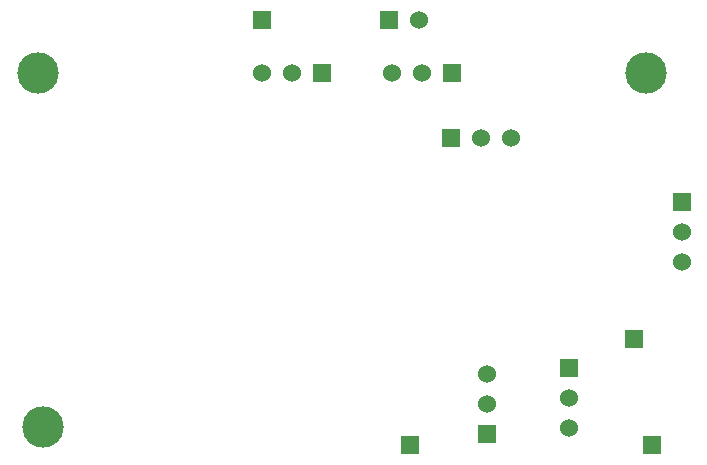
<source format=gbs>
%FSLAX34Y34*%
G04 Gerber Fmt 3.4, Leading zero omitted, Abs format*
G04 (created by PCBNEW (2014-02-26 BZR 4721)-product) date Monday, 21 March 2016 14:49:11*
%MOIN*%
G01*
G70*
G90*
G04 APERTURE LIST*
%ADD10C,0.005906*%
%ADD11R,0.060000X0.060000*%
%ADD12C,0.060000*%
%ADD13C,0.137795*%
G04 APERTURE END LIST*
G54D10*
G54D11*
X65944Y-38763D03*
G54D12*
X65944Y-39763D03*
X65944Y-40763D03*
G54D11*
X56889Y-46850D03*
X64960Y-46850D03*
X64370Y-43307D03*
X51968Y-32677D03*
X59448Y-46472D03*
G54D12*
X59448Y-45472D03*
X59448Y-44472D03*
G54D11*
X62204Y-44275D03*
G54D12*
X62204Y-45275D03*
X62204Y-46275D03*
G54D11*
X53952Y-34448D03*
G54D12*
X52952Y-34448D03*
X51952Y-34448D03*
G54D11*
X58251Y-36614D03*
G54D12*
X59251Y-36614D03*
X60251Y-36614D03*
G54D11*
X58283Y-34448D03*
G54D12*
X57283Y-34448D03*
X56283Y-34448D03*
G54D11*
X56192Y-32677D03*
G54D12*
X57192Y-32677D03*
G54D13*
X44472Y-34444D03*
X44669Y-46255D03*
X64748Y-34444D03*
M02*

</source>
